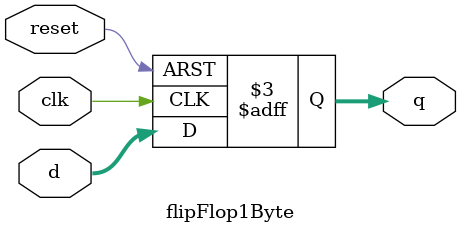
<source format=v>
`timescale 1ns / 1ps
module flipFlop1Byte(
    input [7:0] d,
    input clk,
    input reset,
    output reg [7:0] q
    );
	 
	 
always@(posedge clk, negedge reset) begin
	if(reset==0)begin
		q=8'b00000000;
	end
	else begin
		q=d;
	end
end


endmodule

</source>
